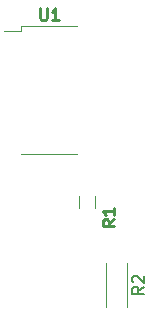
<source format=gbr>
G04 #@! TF.GenerationSoftware,KiCad,Pcbnew,(5.0.0)*
G04 #@! TF.CreationDate,2019-02-06T16:41:10-08:00*
G04 #@! TF.ProjectId,controller,636F6E74726F6C6C65722E6B69636164,rev?*
G04 #@! TF.SameCoordinates,Original*
G04 #@! TF.FileFunction,Legend,Top*
G04 #@! TF.FilePolarity,Positive*
%FSLAX46Y46*%
G04 Gerber Fmt 4.6, Leading zero omitted, Abs format (unit mm)*
G04 Created by KiCad (PCBNEW (5.0.0)) date 02/06/19 16:41:10*
%MOMM*%
%LPD*%
G01*
G04 APERTURE LIST*
%ADD10C,0.120000*%
%ADD11C,0.250000*%
%ADD12C,0.150000*%
G04 APERTURE END LIST*
D10*
G04 #@! TO.C,R1*
X23540000Y-23630000D02*
X23540000Y-24630000D01*
X22180000Y-24630000D02*
X22180000Y-23630000D01*
G04 #@! TO.C,U1*
X17285000Y-20005000D02*
X22085000Y-20005000D01*
X17285000Y-9205000D02*
X22085000Y-9205000D01*
X17285000Y-9605000D02*
X15885000Y-9605000D01*
X17285000Y-9205000D02*
X17285000Y-9605000D01*
G04 #@! TO.C,R2*
X24540000Y-29255000D02*
X24540000Y-32975000D01*
X26260000Y-29255000D02*
X26260000Y-32975000D01*
G04 #@! TO.C,R1*
D11*
X25217380Y-25566666D02*
X24741190Y-25900000D01*
X25217380Y-26138095D02*
X24217380Y-26138095D01*
X24217380Y-25757142D01*
X24265000Y-25661904D01*
X24312619Y-25614285D01*
X24407857Y-25566666D01*
X24550714Y-25566666D01*
X24645952Y-25614285D01*
X24693571Y-25661904D01*
X24741190Y-25757142D01*
X24741190Y-26138095D01*
X25217380Y-24614285D02*
X25217380Y-25185714D01*
X25217380Y-24900000D02*
X24217380Y-24900000D01*
X24360238Y-24995238D01*
X24455476Y-25090476D01*
X24503095Y-25185714D01*
G04 #@! TO.C,U1*
X18923095Y-7707380D02*
X18923095Y-8516904D01*
X18970714Y-8612142D01*
X19018333Y-8659761D01*
X19113571Y-8707380D01*
X19304047Y-8707380D01*
X19399285Y-8659761D01*
X19446904Y-8612142D01*
X19494523Y-8516904D01*
X19494523Y-7707380D01*
X20494523Y-8707380D02*
X19923095Y-8707380D01*
X20208809Y-8707380D02*
X20208809Y-7707380D01*
X20113571Y-7850238D01*
X20018333Y-7945476D01*
X19923095Y-7993095D01*
G04 #@! TO.C,R2*
D12*
X27712380Y-31281666D02*
X27236190Y-31615000D01*
X27712380Y-31853095D02*
X26712380Y-31853095D01*
X26712380Y-31472142D01*
X26760000Y-31376904D01*
X26807619Y-31329285D01*
X26902857Y-31281666D01*
X27045714Y-31281666D01*
X27140952Y-31329285D01*
X27188571Y-31376904D01*
X27236190Y-31472142D01*
X27236190Y-31853095D01*
X26807619Y-30900714D02*
X26760000Y-30853095D01*
X26712380Y-30757857D01*
X26712380Y-30519761D01*
X26760000Y-30424523D01*
X26807619Y-30376904D01*
X26902857Y-30329285D01*
X26998095Y-30329285D01*
X27140952Y-30376904D01*
X27712380Y-30948333D01*
X27712380Y-30329285D01*
G04 #@! TD*
M02*

</source>
